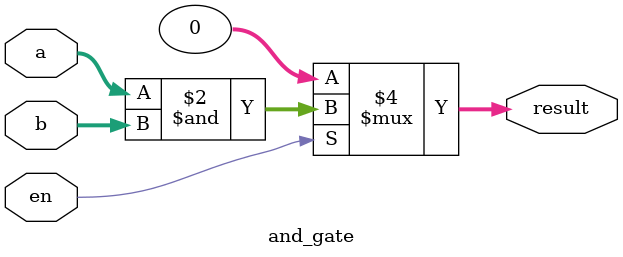
<source format=v>
module and_gate(
    input [31:0]a,b,
    input en,
    output reg[31:0]result
);
    always @(*) begin
        if(en)begin
            result = a&b;    
        end else begin
            result = 32'd0;  
        end
    end
endmodule
</source>
